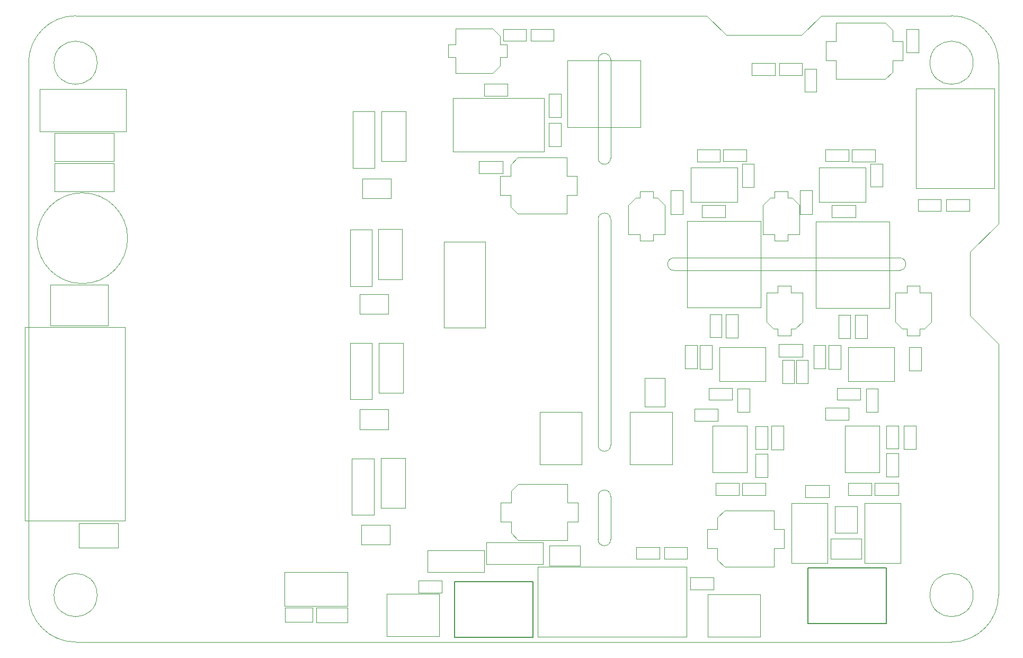
<source format=gbr>
G04 #@! TF.GenerationSoftware,KiCad,Pcbnew,7.0.7+dfsg-1*
G04 #@! TF.CreationDate,2024-12-02T20:39:15+01:00*
G04 #@! TF.ProjectId,evoIII-pulseboard,65766f49-4949-42d7-9075-6c7365626f61,rev?*
G04 #@! TF.SameCoordinates,Original*
G04 #@! TF.FileFunction,Other,User*
%FSLAX46Y46*%
G04 Gerber Fmt 4.6, Leading zero omitted, Abs format (unit mm)*
G04 Created by KiCad (PCBNEW 7.0.7+dfsg-1) date 2024-12-02 20:39:15*
%MOMM*%
%LPD*%
G01*
G04 APERTURE LIST*
%ADD10C,0.050000*%
%ADD11C,0.100000*%
%ADD12C,0.152400*%
G04 #@! TA.AperFunction,Profile*
%ADD13C,0.100000*%
G04 #@! TD*
G04 APERTURE END LIST*
D10*
X335584800Y-162462700D02*
X335584800Y-166162700D01*
X333684800Y-162462700D02*
X335584800Y-162462700D01*
X335584800Y-166162700D02*
X333684800Y-166162700D01*
X333684800Y-166162700D02*
X333684800Y-162462700D01*
X328842500Y-124730000D02*
X325082500Y-124730000D01*
X328842500Y-122770000D02*
X328842500Y-124730000D01*
X325082500Y-124730000D02*
X325082500Y-122770000D01*
X325082500Y-122770000D02*
X328842500Y-122770000D01*
X349540000Y-144039900D02*
X349540000Y-140279900D01*
X351500000Y-144039900D02*
X349540000Y-144039900D01*
X349540000Y-140279900D02*
X351500000Y-140279900D01*
X351500000Y-140279900D02*
X351500000Y-144039900D01*
X348570000Y-115762500D02*
X344870000Y-115762500D01*
X348570000Y-113862500D02*
X348570000Y-115762500D01*
X344870000Y-115762500D02*
X344870000Y-113862500D01*
X344870000Y-113862500D02*
X348570000Y-113862500D01*
X337250000Y-143550000D02*
X339350000Y-143550000D01*
X339350000Y-143550000D02*
X339350000Y-142500000D01*
X336550000Y-142500000D02*
X337250000Y-142500000D01*
X336550000Y-142500000D02*
X335400000Y-141350000D01*
X337250000Y-142500000D02*
X337250000Y-143550000D01*
X339350000Y-142500000D02*
X340050000Y-142500000D01*
X340050000Y-142500000D02*
X341200000Y-141350000D01*
X335400000Y-141350000D02*
X335400000Y-136700000D01*
X341200000Y-141350000D02*
X341200000Y-136700000D01*
X335400000Y-136700000D02*
X337250000Y-136700000D01*
X337250000Y-136700000D02*
X337250000Y-135650000D01*
X339350000Y-136700000D02*
X341200000Y-136700000D01*
X337250000Y-135650000D02*
X339350000Y-135650000D01*
X339350000Y-135650000D02*
X339350000Y-136700000D01*
X325940000Y-174500000D02*
X325940000Y-177500000D01*
X325940000Y-177500000D02*
X327590000Y-177500000D01*
X327590000Y-172650000D02*
X327590000Y-174500000D01*
X327590000Y-172650000D02*
X328740000Y-171500000D01*
X327590000Y-174500000D02*
X325940000Y-174500000D01*
X327590000Y-177500000D02*
X327590000Y-179350000D01*
X327590000Y-179350000D02*
X328740000Y-180500000D01*
X328740000Y-171500000D02*
X336590000Y-171500000D01*
X328740000Y-180500000D02*
X336590000Y-180500000D01*
X336590000Y-171500000D02*
X336590000Y-174500000D01*
X336590000Y-174500000D02*
X338240000Y-174500000D01*
X336590000Y-177500000D02*
X336590000Y-180500000D01*
X338240000Y-174500000D02*
X338240000Y-177500000D01*
X338240000Y-177500000D02*
X336590000Y-177500000D01*
X347963000Y-165443000D02*
X347963000Y-157993000D01*
X353463000Y-165443000D02*
X347963000Y-165443000D01*
X347963000Y-157993000D02*
X353463000Y-157993000D01*
X353463000Y-157993000D02*
X353463000Y-165443000D01*
X273387800Y-134598000D02*
X273387800Y-126598000D01*
X277227800Y-134598000D02*
X273387800Y-134598000D01*
X273387800Y-126598000D02*
X277227800Y-126598000D01*
X277227800Y-126598000D02*
X277227800Y-134598000D01*
X283150000Y-191590000D02*
X283150000Y-184840000D01*
X283150000Y-184840000D02*
X274750000Y-184840000D01*
X274750000Y-191590000D02*
X283150000Y-191590000D01*
X274750000Y-184840000D02*
X274750000Y-191590000D01*
X343440000Y-100950000D02*
X343440000Y-104650000D01*
X341540000Y-100950000D02*
X343440000Y-100950000D01*
X343440000Y-104650000D02*
X341540000Y-104650000D01*
X341540000Y-104650000D02*
X341540000Y-100950000D01*
X315285000Y-110340000D02*
X303585000Y-110340000D01*
X315285000Y-99660000D02*
X315285000Y-110340000D01*
X303585000Y-110340000D02*
X303585000Y-99660000D01*
X303585000Y-99660000D02*
X315285000Y-99660000D01*
X343289000Y-139154000D02*
X343289000Y-125354000D01*
X355089000Y-139154000D02*
X343289000Y-139154000D01*
X343289000Y-125354000D02*
X355089000Y-125354000D01*
X355089000Y-125354000D02*
X355089000Y-139154000D01*
X270643000Y-173807000D02*
X275203000Y-173807000D01*
X270643000Y-176967000D02*
X270643000Y-173807000D01*
X275203000Y-173807000D02*
X275203000Y-176967000D01*
X275203000Y-176967000D02*
X270643000Y-176967000D01*
X225555000Y-173564000D02*
X231795000Y-173564000D01*
X225555000Y-177464000D02*
X225555000Y-173564000D01*
X231795000Y-173564000D02*
X231795000Y-177464000D01*
X231795000Y-177464000D02*
X225555000Y-177464000D01*
X326050000Y-184900000D02*
X326050000Y-191650000D01*
X326050000Y-191650000D02*
X334450000Y-191650000D01*
X334450000Y-184900000D02*
X326050000Y-184900000D01*
X334450000Y-191650000D02*
X334450000Y-184900000D01*
X228450000Y-185000000D02*
G75*
G03*
X228450000Y-185000000I-3450000J0D01*
G01*
X294034700Y-105323200D02*
X290274700Y-105323200D01*
X294034700Y-103363200D02*
X294034700Y-105323200D01*
X290274700Y-105323200D02*
X290274700Y-103363200D01*
X290274700Y-103363200D02*
X294034700Y-103363200D01*
X348593900Y-157030000D02*
X344833900Y-157030000D01*
X348593900Y-155070000D02*
X348593900Y-157030000D01*
X344833900Y-157030000D02*
X344833900Y-155070000D01*
X344833900Y-155070000D02*
X348593900Y-155070000D01*
X328020000Y-115766000D02*
X324320000Y-115766000D01*
X328020000Y-113866000D02*
X328020000Y-115766000D01*
X324320000Y-115766000D02*
X324320000Y-113866000D01*
X324320000Y-113866000D02*
X328020000Y-113866000D01*
X228450000Y-100000000D02*
G75*
G03*
X228450000Y-100000000I-3450000J0D01*
G01*
X350637500Y-179239000D02*
X345677500Y-179239000D01*
X350637500Y-176039000D02*
X350637500Y-179239000D01*
X345677500Y-179239000D02*
X345677500Y-176039000D01*
X345677500Y-176039000D02*
X350637500Y-176039000D01*
X345322200Y-148887500D02*
X345322200Y-145127500D01*
X347282200Y-148887500D02*
X345322200Y-148887500D01*
X345322200Y-145127500D02*
X347282200Y-145127500D01*
X347282200Y-145127500D02*
X347282200Y-148887500D01*
X324799000Y-148896900D02*
X324799000Y-145136900D01*
X326759000Y-148896900D02*
X324799000Y-148896900D01*
X324799000Y-145136900D02*
X326759000Y-145136900D01*
X326759000Y-145136900D02*
X326759000Y-148896900D01*
X327895600Y-145454400D02*
X327895600Y-150854400D01*
X327895600Y-150854400D02*
X335295600Y-150854400D01*
X335295600Y-145454400D02*
X327895600Y-145454400D01*
X335295600Y-150854400D02*
X335295600Y-145454400D01*
X273904000Y-115758000D02*
X273904000Y-107758000D01*
X277744000Y-115758000D02*
X273904000Y-115758000D01*
X273904000Y-107758000D02*
X277744000Y-107758000D01*
X277744000Y-107758000D02*
X277744000Y-115758000D01*
X300660000Y-108680000D02*
X300660000Y-104980000D01*
X302560000Y-108680000D02*
X300660000Y-108680000D01*
X300660000Y-104980000D02*
X302560000Y-104980000D01*
X302560000Y-104980000D02*
X302560000Y-108680000D01*
X344839200Y-145126600D02*
X344839200Y-148826600D01*
X342939200Y-145126600D02*
X344839200Y-145126600D01*
X344839200Y-148826600D02*
X342939200Y-148826600D01*
X342939200Y-148826600D02*
X342939200Y-145126600D01*
X297030000Y-96520000D02*
X293330000Y-96520000D01*
X297030000Y-94620000D02*
X297030000Y-96520000D01*
X293330000Y-96520000D02*
X293330000Y-94620000D01*
X293330000Y-94620000D02*
X297030000Y-94620000D01*
D11*
X232872400Y-142185000D02*
X232872400Y-173085000D01*
X216872400Y-142185000D02*
X232872400Y-142185000D01*
X232872400Y-173085000D02*
X216872400Y-173085000D01*
X216872400Y-173085000D02*
X216872400Y-142185000D01*
D10*
X332714600Y-152079600D02*
X332714600Y-155779600D01*
X330814600Y-152079600D02*
X332714600Y-152079600D01*
X332714600Y-155779600D02*
X330814600Y-155779600D01*
X330814600Y-155779600D02*
X330814600Y-152079600D01*
X340150000Y-151200000D02*
X340150000Y-147500000D01*
X342050000Y-151200000D02*
X340150000Y-151200000D01*
X340150000Y-147500000D02*
X342050000Y-147500000D01*
X342050000Y-147500000D02*
X342050000Y-151200000D01*
X364150000Y-121800000D02*
X367850000Y-121800000D01*
X364150000Y-123700000D02*
X364150000Y-121800000D01*
X367850000Y-121800000D02*
X367850000Y-123700000D01*
X367850000Y-123700000D02*
X364150000Y-123700000D01*
X263500000Y-187050000D02*
X268460000Y-187050000D01*
X263500000Y-189350000D02*
X263500000Y-187050000D01*
X268460000Y-187050000D02*
X268460000Y-189350000D01*
X268460000Y-189350000D02*
X263500000Y-189350000D01*
X299180000Y-164174600D02*
X305930000Y-164174600D01*
X305930000Y-164174600D02*
X305930000Y-155774600D01*
X299180000Y-155774600D02*
X299180000Y-164174600D01*
X305930000Y-155774600D02*
X299180000Y-155774600D01*
X290290000Y-181328000D02*
X281290000Y-181328000D01*
X290290000Y-177828000D02*
X290290000Y-181328000D01*
X281290000Y-181328000D02*
X281290000Y-177828000D01*
X281290000Y-177828000D02*
X290290000Y-177828000D01*
X341633500Y-167470000D02*
X345393500Y-167470000D01*
X341633500Y-169430000D02*
X341633500Y-167470000D01*
X345393500Y-167470000D02*
X345393500Y-169430000D01*
X345393500Y-169430000D02*
X341633500Y-169430000D01*
X352770000Y-115772500D02*
X349070000Y-115772500D01*
X352770000Y-113872500D02*
X352770000Y-115772500D01*
X349070000Y-115772500D02*
X349070000Y-113872500D01*
X349070000Y-113872500D02*
X352770000Y-113872500D01*
X357200000Y-99625000D02*
X357200000Y-96625000D01*
X357200000Y-96625000D02*
X355550000Y-96625000D01*
X355550000Y-101475000D02*
X355550000Y-99625000D01*
X355550000Y-101475000D02*
X354400000Y-102625000D01*
X355550000Y-99625000D02*
X357200000Y-99625000D01*
X355550000Y-96625000D02*
X355550000Y-94775000D01*
X355550000Y-94775000D02*
X354400000Y-93625000D01*
X354400000Y-102625000D02*
X346550000Y-102625000D01*
X354400000Y-93625000D02*
X346550000Y-93625000D01*
X346550000Y-102625000D02*
X346550000Y-99625000D01*
X346550000Y-99625000D02*
X344900000Y-99625000D01*
X346550000Y-96625000D02*
X346550000Y-93625000D01*
X344900000Y-99625000D02*
X344900000Y-96625000D01*
X344900000Y-96625000D02*
X346550000Y-96625000D01*
X349955000Y-170860000D02*
X349955000Y-175060000D01*
X346405000Y-170860000D02*
X349955000Y-170860000D01*
X349955000Y-175060000D02*
X346405000Y-175060000D01*
X346405000Y-175060000D02*
X346405000Y-170860000D01*
D11*
X220980000Y-135459400D02*
X230180000Y-135459400D01*
X220980000Y-141959400D02*
X220980000Y-135459400D01*
X230180000Y-135459400D02*
X230180000Y-141959400D01*
X230180000Y-141959400D02*
X220980000Y-141959400D01*
D10*
X292860000Y-118130000D02*
X292860000Y-121130000D01*
X292860000Y-121130000D02*
X294510000Y-121130000D01*
X294510000Y-116280000D02*
X294510000Y-118130000D01*
X294510000Y-116280000D02*
X295660000Y-115130000D01*
X294510000Y-118130000D02*
X292860000Y-118130000D01*
X294510000Y-121130000D02*
X294510000Y-122980000D01*
X294510000Y-122980000D02*
X295660000Y-124130000D01*
X295660000Y-115130000D02*
X303510000Y-115130000D01*
X295660000Y-124130000D02*
X303510000Y-124130000D01*
X303510000Y-115130000D02*
X303510000Y-118130000D01*
X303510000Y-118130000D02*
X305160000Y-118130000D01*
X303510000Y-121130000D02*
X303510000Y-124130000D01*
X305160000Y-118130000D02*
X305160000Y-121130000D01*
X305160000Y-121130000D02*
X303510000Y-121130000D01*
X348853800Y-140272400D02*
X348853800Y-143972400D01*
X346953800Y-140272400D02*
X348853800Y-140272400D01*
X348853800Y-143972400D02*
X346953800Y-143972400D01*
X346953800Y-143972400D02*
X346953800Y-140272400D01*
X353971000Y-116112500D02*
X353971000Y-119812500D01*
X352071000Y-116112500D02*
X353971000Y-116112500D01*
X353971000Y-119812500D02*
X352071000Y-119812500D01*
X352071000Y-119812500D02*
X352071000Y-116112500D01*
X348444200Y-145429000D02*
X348444200Y-150829000D01*
X348444200Y-150829000D02*
X355844200Y-150829000D01*
X355844200Y-145429000D02*
X348444200Y-145429000D01*
X355844200Y-150829000D02*
X355844200Y-145429000D01*
X326967500Y-184130000D02*
X323207500Y-184130000D01*
X326967500Y-182170000D02*
X326967500Y-184130000D01*
X323207500Y-184130000D02*
X323207500Y-182170000D01*
X323207500Y-182170000D02*
X326967500Y-182170000D01*
X322770000Y-179244000D02*
X319070000Y-179244000D01*
X322770000Y-177344000D02*
X322770000Y-179244000D01*
X319070000Y-179244000D02*
X319070000Y-177344000D01*
X319070000Y-177344000D02*
X322770000Y-177344000D01*
D11*
X285309600Y-105655800D02*
X299855600Y-105655800D01*
X285309600Y-114155800D02*
X285309600Y-105655800D01*
X299855600Y-105655800D02*
X299855600Y-114155800D01*
X299855600Y-114155800D02*
X285309600Y-114155800D01*
D10*
X328250000Y-140170800D02*
X328250000Y-143870800D01*
X326350000Y-140170800D02*
X328250000Y-140170800D01*
X328250000Y-143870800D02*
X326350000Y-143870800D01*
X326350000Y-143870800D02*
X326350000Y-140170800D01*
X272824200Y-107802000D02*
X272824200Y-116802000D01*
X269324200Y-107802000D02*
X272824200Y-107802000D01*
X272824200Y-116802000D02*
X269324200Y-116802000D01*
X269324200Y-116802000D02*
X269324200Y-107802000D01*
X231090200Y-120588600D02*
X221690200Y-120588600D01*
X231090200Y-116088600D02*
X231090200Y-120588600D01*
X221690200Y-120588600D02*
X221690200Y-116088600D01*
X221690200Y-116088600D02*
X231090200Y-116088600D01*
X329896800Y-153854200D02*
X326196800Y-153854200D01*
X329896800Y-151954200D02*
X329896800Y-153854200D01*
X326196800Y-153854200D02*
X326196800Y-151954200D01*
X326196800Y-151954200D02*
X329896800Y-151954200D01*
X323907500Y-155270000D02*
X327667500Y-155270000D01*
X323907500Y-157230000D02*
X323907500Y-155270000D01*
X327667500Y-155270000D02*
X327667500Y-157230000D01*
X327667500Y-157230000D02*
X323907500Y-157230000D01*
D11*
X283906000Y-142346200D02*
X283906000Y-128584200D01*
X290480000Y-142346200D02*
X283906000Y-142346200D01*
X283906000Y-128584200D02*
X290480000Y-128584200D01*
X290480000Y-128584200D02*
X290480000Y-142346200D01*
D10*
X319155000Y-150362100D02*
X319155000Y-154922100D01*
X315995000Y-150362100D02*
X319155000Y-150362100D01*
X319155000Y-154922100D02*
X315995000Y-154922100D01*
X315995000Y-154922100D02*
X315995000Y-150362100D01*
X348500000Y-167150000D02*
X352200000Y-167150000D01*
X348500000Y-169050000D02*
X348500000Y-167150000D01*
X352200000Y-167150000D02*
X352200000Y-169050000D01*
X352200000Y-169050000D02*
X348500000Y-169050000D01*
X272384200Y-126680200D02*
X272384200Y-135680200D01*
X268884200Y-126680200D02*
X272384200Y-126680200D01*
X272384200Y-135680200D02*
X268884200Y-135680200D01*
X268884200Y-135680200D02*
X268884200Y-126680200D01*
X338154800Y-158009200D02*
X338154800Y-161769200D01*
X336194800Y-158009200D02*
X338154800Y-158009200D01*
X338154800Y-161769200D02*
X336194800Y-161769200D01*
X336194800Y-161769200D02*
X336194800Y-158009200D01*
X360180000Y-145420000D02*
X360180000Y-149180000D01*
X358220000Y-145420000D02*
X360180000Y-145420000D01*
X360180000Y-149180000D02*
X358220000Y-149180000D01*
X358220000Y-149180000D02*
X358220000Y-145420000D01*
X353237800Y-152070200D02*
X353237800Y-155770200D01*
X351337800Y-152070200D02*
X353237800Y-152070200D01*
X353237800Y-155770200D02*
X351337800Y-155770200D01*
X351337800Y-155770200D02*
X351337800Y-152070200D01*
X335584800Y-158017700D02*
X335584800Y-161717700D01*
X333684800Y-158017700D02*
X335584800Y-158017700D01*
X335584800Y-161717700D02*
X333684800Y-161717700D01*
X333684800Y-161717700D02*
X333684800Y-158017700D01*
X322080000Y-120407500D02*
X322080000Y-124167500D01*
X320120000Y-120407500D02*
X322080000Y-120407500D01*
X322080000Y-124167500D02*
X320120000Y-124167500D01*
X320120000Y-124167500D02*
X320120000Y-120407500D01*
X357770000Y-98380000D02*
X357770000Y-94620000D01*
X359730000Y-98380000D02*
X357770000Y-98380000D01*
X357770000Y-94620000D02*
X359730000Y-94620000D01*
X359730000Y-94620000D02*
X359730000Y-98380000D01*
X328940600Y-143938300D02*
X328940600Y-140178300D01*
X330900600Y-143938300D02*
X328940600Y-143938300D01*
X328940600Y-140178300D02*
X330900600Y-140178300D01*
X330900600Y-140178300D02*
X330900600Y-143938300D01*
X359350000Y-120050000D02*
X371850000Y-120050000D01*
X371850000Y-120050000D02*
X371850000Y-104150000D01*
X359350000Y-104150000D02*
X359350000Y-120050000D01*
X371850000Y-104150000D02*
X359350000Y-104150000D01*
X356489000Y-157947000D02*
X356489000Y-161647000D01*
X354589000Y-157947000D02*
X356489000Y-157947000D01*
X356489000Y-161647000D02*
X354589000Y-161647000D01*
X354589000Y-161647000D02*
X354589000Y-157947000D01*
X339417000Y-179864000D02*
X345137000Y-179864000D01*
X345137000Y-179864000D02*
X345137000Y-170364000D01*
X339417000Y-170364000D02*
X339417000Y-179864000D01*
X345137000Y-170364000D02*
X339417000Y-170364000D01*
X300694400Y-177089000D02*
X305654400Y-177089000D01*
X300694400Y-180289000D02*
X300694400Y-177089000D01*
X305654400Y-177089000D02*
X305654400Y-180289000D01*
X305654400Y-180289000D02*
X300694400Y-180289000D01*
X270389000Y-155362250D02*
X274949000Y-155362250D01*
X270389000Y-158522250D02*
X270389000Y-155362250D01*
X274949000Y-155362250D02*
X274949000Y-158522250D01*
X274949000Y-158522250D02*
X270389000Y-158522250D01*
X337435000Y-100090000D02*
X341135000Y-100090000D01*
X337435000Y-101990000D02*
X337435000Y-100090000D01*
X341135000Y-100090000D02*
X341135000Y-101990000D01*
X341135000Y-101990000D02*
X337435000Y-101990000D01*
X272669200Y-163199200D02*
X272669200Y-172199200D01*
X269169200Y-163199200D02*
X272669200Y-163199200D01*
X272669200Y-172199200D02*
X269169200Y-172199200D01*
X269169200Y-172199200D02*
X269169200Y-163199200D01*
X351285000Y-122273500D02*
X343835000Y-122273500D01*
X351285000Y-116773500D02*
X351285000Y-122273500D01*
X343835000Y-122273500D02*
X343835000Y-116773500D01*
X343835000Y-116773500D02*
X351285000Y-116773500D01*
D12*
X342084600Y-180651200D02*
X342084600Y-189515800D01*
X342084600Y-189515800D02*
X354581400Y-189515800D01*
X354581400Y-180651200D02*
X342084600Y-180651200D01*
X354581400Y-189515800D02*
X354581400Y-180651200D01*
D10*
X302620000Y-109607500D02*
X302620000Y-113367500D01*
X300660000Y-109607500D02*
X302620000Y-109607500D01*
X302620000Y-113367500D02*
X300660000Y-113367500D01*
X300660000Y-113367500D02*
X300660000Y-109607500D01*
X231090200Y-115762600D02*
X221690200Y-115762600D01*
X231090200Y-111262600D02*
X231090200Y-115762600D01*
X221690200Y-115762600D02*
X221690200Y-111262600D01*
X221690200Y-111262600D02*
X231090200Y-111262600D01*
X331546600Y-167113400D02*
X335306600Y-167113400D01*
X331546600Y-169073400D02*
X331546600Y-167113400D01*
X335306600Y-167113400D02*
X335306600Y-169073400D01*
X335306600Y-169073400D02*
X331546600Y-169073400D01*
X270454500Y-136930050D02*
X275014500Y-136930050D01*
X270454500Y-140090050D02*
X270454500Y-136930050D01*
X275014500Y-136930050D02*
X275014500Y-140090050D01*
X275014500Y-140090050D02*
X270454500Y-140090050D01*
X322740400Y-139117000D02*
X322740400Y-125317000D01*
X334540400Y-139117000D02*
X322740400Y-139117000D01*
X322740400Y-125317000D02*
X334540400Y-125317000D01*
X334540400Y-125317000D02*
X334540400Y-139117000D01*
X272384200Y-144774600D02*
X272384200Y-153774600D01*
X268884200Y-144774600D02*
X272384200Y-144774600D01*
X272384200Y-153774600D02*
X268884200Y-153774600D01*
X268884200Y-153774600D02*
X268884200Y-144774600D01*
X292960400Y-170254800D02*
X292960400Y-173254800D01*
X292960400Y-173254800D02*
X294610400Y-173254800D01*
X294610400Y-168404800D02*
X294610400Y-170254800D01*
X294610400Y-168404800D02*
X295760400Y-167254800D01*
X294610400Y-170254800D02*
X292960400Y-170254800D01*
X294610400Y-173254800D02*
X294610400Y-175104800D01*
X294610400Y-175104800D02*
X295760400Y-176254800D01*
X295760400Y-167254800D02*
X303610400Y-167254800D01*
X295760400Y-176254800D02*
X303610400Y-176254800D01*
X303610400Y-167254800D02*
X303610400Y-170254800D01*
X303610400Y-170254800D02*
X305260400Y-170254800D01*
X303610400Y-173254800D02*
X303610400Y-176254800D01*
X305260400Y-170254800D02*
X305260400Y-173254800D01*
X305260400Y-173254800D02*
X303610400Y-173254800D01*
X368450000Y-100000000D02*
G75*
G03*
X368450000Y-100000000I-3450000J0D01*
G01*
X293970000Y-99160000D02*
X293970000Y-97060000D01*
X293970000Y-97060000D02*
X292820000Y-97060000D01*
X292820000Y-100510000D02*
X292820000Y-99160000D01*
X292820000Y-100510000D02*
X291670000Y-101660000D01*
X292820000Y-99160000D02*
X293970000Y-99160000D01*
X292820000Y-97060000D02*
X292820000Y-95710000D01*
X292820000Y-95710000D02*
X291670000Y-94560000D01*
X291670000Y-101660000D02*
X285720000Y-101660000D01*
X291670000Y-94560000D02*
X285720000Y-94560000D01*
X285720000Y-101660000D02*
X285720000Y-99160000D01*
X285720000Y-99160000D02*
X284570000Y-99160000D01*
X285720000Y-97060000D02*
X285720000Y-94560000D01*
X284570000Y-99160000D02*
X284570000Y-97060000D01*
X284570000Y-97060000D02*
X285720000Y-97060000D01*
X233112400Y-110944400D02*
X219312400Y-110944400D01*
X233112400Y-104244400D02*
X233112400Y-110944400D01*
X219312400Y-110944400D02*
X219312400Y-104244400D01*
X219312400Y-104244400D02*
X233112400Y-104244400D01*
X349630000Y-124730000D02*
X345870000Y-124730000D01*
X349630000Y-122770000D02*
X349630000Y-124730000D01*
X345870000Y-124730000D02*
X345870000Y-122770000D01*
X345870000Y-122770000D02*
X349630000Y-122770000D01*
X356489000Y-162392000D02*
X356489000Y-166092000D01*
X354589000Y-162392000D02*
X356489000Y-162392000D01*
X356489000Y-166092000D02*
X354589000Y-166092000D01*
X354589000Y-166092000D02*
X354589000Y-162392000D01*
X279820000Y-182700000D02*
X283580000Y-182700000D01*
X279820000Y-184660000D02*
X279820000Y-182700000D01*
X283580000Y-182700000D02*
X283580000Y-184660000D01*
X283580000Y-184660000D02*
X279820000Y-184660000D01*
X233324600Y-128016000D02*
G75*
G03*
X233324600Y-128016000I-7250000J0D01*
G01*
X357850000Y-143550000D02*
X359950000Y-143550000D01*
X359950000Y-143550000D02*
X359950000Y-142500000D01*
X357150000Y-142500000D02*
X357850000Y-142500000D01*
X357150000Y-142500000D02*
X356000000Y-141350000D01*
X357850000Y-142500000D02*
X357850000Y-143550000D01*
X359950000Y-142500000D02*
X360650000Y-142500000D01*
X360650000Y-142500000D02*
X361800000Y-141350000D01*
X356000000Y-141350000D02*
X356000000Y-136700000D01*
X361800000Y-141350000D02*
X361800000Y-136700000D01*
X356000000Y-136700000D02*
X357850000Y-136700000D01*
X357850000Y-136700000D02*
X357850000Y-135650000D01*
X359950000Y-136700000D02*
X361800000Y-136700000D01*
X357850000Y-135650000D02*
X359950000Y-135650000D01*
X359950000Y-135650000D02*
X359950000Y-136700000D01*
X332230000Y-115736000D02*
X328530000Y-115736000D01*
X332230000Y-113836000D02*
X332230000Y-115736000D01*
X328530000Y-115736000D02*
X328530000Y-113836000D01*
X328530000Y-113836000D02*
X332230000Y-113836000D01*
X318325000Y-179244000D02*
X314625000Y-179244000D01*
X318325000Y-177344000D02*
X318325000Y-179244000D01*
X314625000Y-179244000D02*
X314625000Y-177344000D01*
X314625000Y-177344000D02*
X318325000Y-177344000D01*
X290688000Y-176558000D02*
X299688000Y-176558000D01*
X290688000Y-180058000D02*
X290688000Y-176558000D01*
X299688000Y-176558000D02*
X299688000Y-180058000D01*
X299688000Y-180058000D02*
X290688000Y-180058000D01*
X293237500Y-117680000D02*
X289477500Y-117680000D01*
X293237500Y-115720000D02*
X293237500Y-117680000D01*
X289477500Y-117680000D02*
X289477500Y-115720000D01*
X289477500Y-115720000D02*
X293237500Y-115720000D01*
X320340000Y-155734600D02*
X313590000Y-155734600D01*
X313590000Y-155734600D02*
X313590000Y-164134600D01*
X320340000Y-164134600D02*
X320340000Y-155734600D01*
X313590000Y-164134600D02*
X320340000Y-164134600D01*
X359625000Y-121800000D02*
X363325000Y-121800000D01*
X359625000Y-123700000D02*
X359625000Y-121800000D01*
X363325000Y-121800000D02*
X363325000Y-123700000D01*
X363325000Y-123700000D02*
X359625000Y-123700000D01*
X342730000Y-120407500D02*
X342730000Y-124167500D01*
X340770000Y-120407500D02*
X342730000Y-120407500D01*
X342730000Y-124167500D02*
X340770000Y-124167500D01*
X340770000Y-124167500D02*
X340770000Y-120407500D01*
X262860000Y-189320000D02*
X262860000Y-187020000D01*
X262860000Y-189320000D02*
X258460000Y-189320000D01*
X258460000Y-189320000D02*
X258460000Y-187020000D01*
X258460000Y-187020000D02*
X262860000Y-187020000D01*
X273489400Y-152743200D02*
X273489400Y-144743200D01*
X277329400Y-152743200D02*
X273489400Y-152743200D01*
X273489400Y-144743200D02*
X277329400Y-144743200D01*
X277329400Y-144743200D02*
X277329400Y-152743200D01*
X270835500Y-118476650D02*
X275395500Y-118476650D01*
X270835500Y-121636650D02*
X270835500Y-118476650D01*
X275395500Y-118476650D02*
X275395500Y-121636650D01*
X275395500Y-121636650D02*
X270835500Y-121636650D01*
X352746600Y-167120000D02*
X356506600Y-167120000D01*
X352746600Y-169080000D02*
X352746600Y-167120000D01*
X356506600Y-167120000D02*
X356506600Y-169080000D01*
X356506600Y-169080000D02*
X352746600Y-169080000D01*
X258370000Y-181375000D02*
X258370000Y-186725000D01*
X258370000Y-186725000D02*
X268470000Y-186725000D01*
X268470000Y-181375000D02*
X258370000Y-181375000D01*
X268470000Y-186725000D02*
X268470000Y-181375000D01*
X338800000Y-120550000D02*
X336700000Y-120550000D01*
X336700000Y-120550000D02*
X336700000Y-121600000D01*
X339500000Y-121600000D02*
X338800000Y-121600000D01*
X339500000Y-121600000D02*
X340650000Y-122750000D01*
X338800000Y-121600000D02*
X338800000Y-120550000D01*
X336700000Y-121600000D02*
X336000000Y-121600000D01*
X336000000Y-121600000D02*
X334850000Y-122750000D01*
X340650000Y-122750000D02*
X340650000Y-127400000D01*
X334850000Y-122750000D02*
X334850000Y-127400000D01*
X340650000Y-127400000D02*
X338800000Y-127400000D01*
X338800000Y-127400000D02*
X338800000Y-128450000D01*
X336700000Y-127400000D02*
X334850000Y-127400000D01*
X338800000Y-128450000D02*
X336700000Y-128450000D01*
X336700000Y-128450000D02*
X336700000Y-127400000D01*
X333110000Y-100090000D02*
X336810000Y-100090000D01*
X333110000Y-101990000D02*
X333110000Y-100090000D01*
X336810000Y-100090000D02*
X336810000Y-101990000D01*
X336810000Y-101990000D02*
X333110000Y-101990000D01*
D11*
X298870000Y-180470000D02*
X322670000Y-180470000D01*
X298870000Y-191670000D02*
X298870000Y-180470000D01*
X322670000Y-180470000D02*
X322670000Y-191670000D01*
X322670000Y-191670000D02*
X298870000Y-191670000D01*
D10*
X359313000Y-157954500D02*
X359313000Y-161714500D01*
X357353000Y-157954500D02*
X359313000Y-157954500D01*
X359313000Y-161714500D02*
X357353000Y-161714500D01*
X357353000Y-161714500D02*
X357353000Y-157954500D01*
X301437500Y-96520000D02*
X297737500Y-96520000D01*
X301437500Y-94620000D02*
X301437500Y-96520000D01*
X297737500Y-96520000D02*
X297737500Y-94620000D01*
X297737500Y-94620000D02*
X301437500Y-94620000D01*
X339850000Y-147500000D02*
X339850000Y-151200000D01*
X337950000Y-147500000D02*
X339850000Y-147500000D01*
X339850000Y-151200000D02*
X337950000Y-151200000D01*
X337950000Y-151200000D02*
X337950000Y-147500000D01*
X350420000Y-153844800D02*
X346720000Y-153844800D01*
X350420000Y-151944800D02*
X350420000Y-153844800D01*
X346720000Y-153844800D02*
X346720000Y-151944800D01*
X346720000Y-151944800D02*
X350420000Y-151944800D01*
X351101000Y-179864000D02*
X356821000Y-179864000D01*
X356821000Y-179864000D02*
X356821000Y-170364000D01*
X351101000Y-170364000D02*
X351101000Y-179864000D01*
X356821000Y-170364000D02*
X351101000Y-170364000D01*
X327300000Y-167143400D02*
X331000000Y-167143400D01*
X327300000Y-169043400D02*
X327300000Y-167143400D01*
X331000000Y-167143400D02*
X331000000Y-169043400D01*
X331000000Y-169043400D02*
X327300000Y-169043400D01*
X273825200Y-171130000D02*
X273825200Y-163130000D01*
X277665200Y-171130000D02*
X273825200Y-171130000D01*
X273825200Y-163130000D02*
X277665200Y-163130000D01*
X277665200Y-163130000D02*
X277665200Y-171130000D01*
X368450000Y-185000000D02*
G75*
G03*
X368450000Y-185000000I-3450000J0D01*
G01*
X341180000Y-146930000D02*
X337420000Y-146930000D01*
X341180000Y-144970000D02*
X341180000Y-146930000D01*
X337420000Y-146930000D02*
X337420000Y-144970000D01*
X337420000Y-144970000D02*
X341180000Y-144970000D01*
X324316000Y-145136000D02*
X324316000Y-148836000D01*
X322416000Y-145136000D02*
X324316000Y-145136000D01*
X324316000Y-148836000D02*
X322416000Y-148836000D01*
X322416000Y-148836000D02*
X322416000Y-145136000D01*
D12*
X285566500Y-182857700D02*
X285566500Y-191722300D01*
X285566500Y-191722300D02*
X298063300Y-191722300D01*
X298063300Y-182857700D02*
X285566500Y-182857700D01*
X298063300Y-191722300D02*
X298063300Y-182857700D01*
D10*
X326804800Y-165436200D02*
X326804800Y-157986200D01*
X332304800Y-165436200D02*
X326804800Y-165436200D01*
X326804800Y-157986200D02*
X332304800Y-157986200D01*
X332304800Y-157986200D02*
X332304800Y-165436200D01*
X333450000Y-116186000D02*
X333450000Y-119886000D01*
X331550000Y-116186000D02*
X333450000Y-116186000D01*
X333450000Y-119886000D02*
X331550000Y-119886000D01*
X331550000Y-119886000D02*
X331550000Y-116186000D01*
X330796400Y-122250000D02*
X323346400Y-122250000D01*
X330796400Y-116750000D02*
X330796400Y-122250000D01*
X323346400Y-122250000D02*
X323346400Y-116750000D01*
X323346400Y-116750000D02*
X330796400Y-116750000D01*
X317300000Y-120550000D02*
X315200000Y-120550000D01*
X315200000Y-120550000D02*
X315200000Y-121600000D01*
X318000000Y-121600000D02*
X317300000Y-121600000D01*
X318000000Y-121600000D02*
X319150000Y-122750000D01*
X317300000Y-121600000D02*
X317300000Y-120550000D01*
X315200000Y-121600000D02*
X314500000Y-121600000D01*
X314500000Y-121600000D02*
X313350000Y-122750000D01*
X319150000Y-122750000D02*
X319150000Y-127400000D01*
X313350000Y-122750000D02*
X313350000Y-127400000D01*
X319150000Y-127400000D02*
X317300000Y-127400000D01*
X317300000Y-127400000D02*
X317300000Y-128450000D01*
X315200000Y-127400000D02*
X313350000Y-127400000D01*
X317300000Y-128450000D02*
X315200000Y-128450000D01*
X315200000Y-128450000D02*
X315200000Y-127400000D01*
D13*
X217500000Y-185000000D02*
X217500000Y-100000000D01*
X308515873Y-169241000D02*
X308515873Y-176126000D01*
X225000000Y-92500000D02*
G75*
G03*
X217500000Y-100000000I0J-7500000D01*
G01*
X308515873Y-125000000D02*
X308515873Y-161050000D01*
X365000000Y-192500000D02*
X225000000Y-192500000D01*
X325907400Y-92500000D02*
X328987600Y-95580200D01*
X356681400Y-133154200D02*
G75*
G03*
X356681400Y-131154000I0J1000100D01*
G01*
X217500000Y-185000000D02*
G75*
G03*
X225000000Y-192500000I7500000J0D01*
G01*
X310516127Y-169241000D02*
X310516127Y-176126000D01*
X320631400Y-133158254D02*
X356681400Y-133158254D01*
X328987600Y-95580200D02*
X341045800Y-95580200D01*
X372500000Y-100000000D02*
G75*
G03*
X365000000Y-92500000I-7500000J0D01*
G01*
X320631400Y-131157946D02*
G75*
G03*
X320631400Y-133158254I0J-1000154D01*
G01*
X308519873Y-161050000D02*
G75*
G03*
X310520127Y-161050000I1000127J0D01*
G01*
X308515873Y-176126000D02*
G75*
G03*
X310516127Y-176126000I1000127J0D01*
G01*
X308515873Y-115208873D02*
G75*
G03*
X310516127Y-115208873I1000127J0D01*
G01*
X225000000Y-92500000D02*
X325907400Y-92500000D01*
X365000000Y-192500000D02*
G75*
G03*
X372500000Y-185000000I0J7500000D01*
G01*
X310516127Y-99500000D02*
G75*
G03*
X309516000Y-98499873I-1000127J0D01*
G01*
X356681400Y-131154000D02*
X320631400Y-131154000D01*
X309516000Y-98499873D02*
G75*
G03*
X308515873Y-99500000I0J-1000127D01*
G01*
X372499673Y-125670327D02*
X367990000Y-130180000D01*
X372500000Y-100000000D02*
X372500000Y-125670000D01*
X372500000Y-185000000D02*
X372500000Y-144900000D01*
X310516127Y-169241000D02*
G75*
G03*
X308515873Y-169241000I-1000127J0D01*
G01*
X367990000Y-130180000D02*
X367990000Y-140390000D01*
X310516127Y-125000000D02*
G75*
G03*
X308515873Y-125000000I-1000127J0D01*
G01*
X367990000Y-140390000D02*
X372500055Y-144900055D01*
X308515873Y-115208873D02*
X308515873Y-99500000D01*
X344126000Y-92500000D02*
X365000000Y-92500000D01*
X310520127Y-161050000D02*
X310520127Y-125000000D01*
X341045800Y-95580200D02*
X344126000Y-92500000D01*
X310516127Y-99500000D02*
X310516127Y-115208873D01*
M02*

</source>
